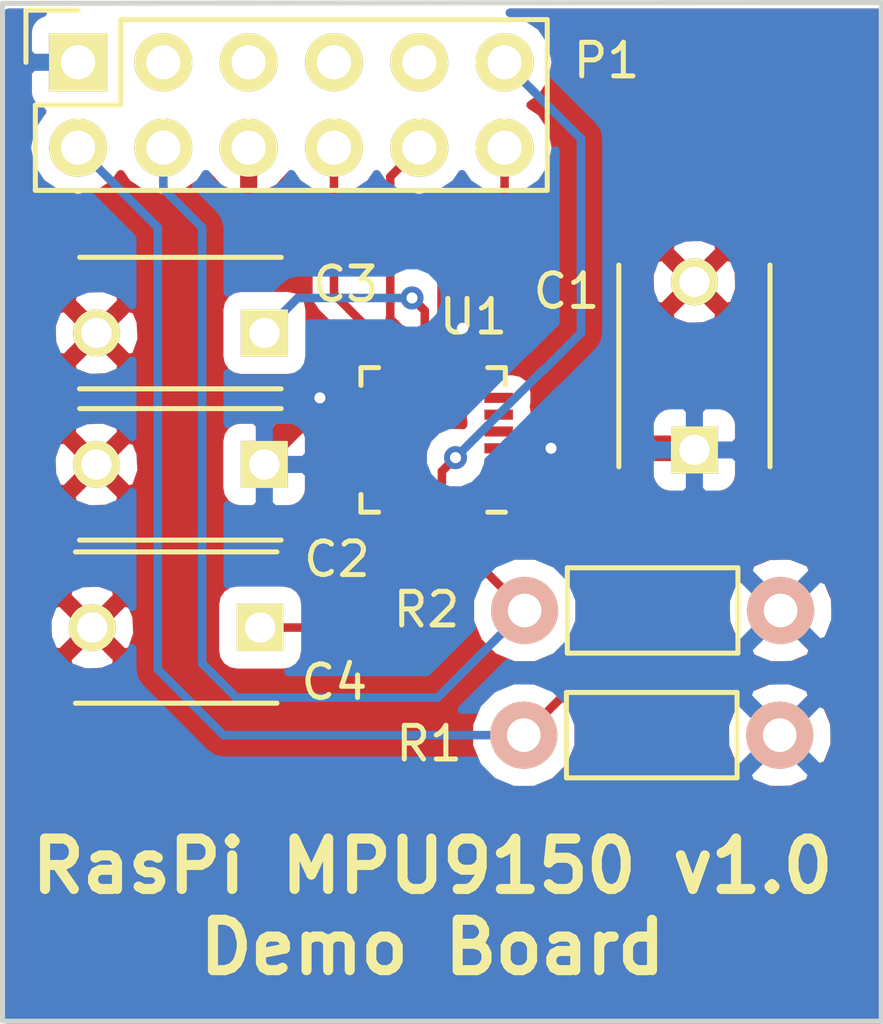
<source format=kicad_pcb>
(kicad_pcb (version 4) (host pcbnew 4.0.1-3.201512221402+6198~38~ubuntu14.04.1-stable)

  (general
    (links 24)
    (no_connects 0)
    (area 149.536367 93.4348 178.562001 126.238001)
    (thickness 1.6)
    (drawings 5)
    (tracks 84)
    (zones 0)
    (modules 8)
    (nets 25)
  )

  (page A4)
  (title_block
    (title "MPU 9150 Sensor Board for RasPi B+")
    (date 2016-02-02)
    (rev v1.0)
    (company "Released under the CERN Open Hardware License v1.2")
    (comment 1 jeh.wicker@gmail.com)
    (comment 2 "Jenner Hanni")
    (comment 3 "Wickerbox Electronics")
  )

  (layers
    (0 F.Cu signal)
    (31 B.Cu signal)
    (34 B.Paste user)
    (35 F.Paste user)
    (36 B.SilkS user)
    (37 F.SilkS user)
    (38 B.Mask user)
    (39 F.Mask user)
    (44 Edge.Cuts user)
  )

  (setup
    (last_trace_width 0.254)
    (user_trace_width 0.1524)
    (user_trace_width 0.254)
    (user_trace_width 0.3302)
    (user_trace_width 0.508)
    (user_trace_width 0.762)
    (trace_clearance 0.1524)
    (zone_clearance 0.508)
    (zone_45_only no)
    (trace_min 0.1524)
    (segment_width 0.2)
    (edge_width 0.15)
    (via_size 0.6858)
    (via_drill 0.3302)
    (via_min_size 0.6858)
    (via_min_drill 0.3302)
    (user_via 0.6858 0.3302)
    (user_via 0.762 0.4064)
    (user_via 0.8636 0.508)
    (uvia_size 0.762)
    (uvia_drill 0.508)
    (uvias_allowed no)
    (uvia_min_size 0)
    (uvia_min_drill 0)
    (pcb_text_width 0.3)
    (pcb_text_size 1.5 1.5)
    (mod_edge_width 0.15)
    (mod_text_size 1 1)
    (mod_text_width 0.15)
    (pad_size 1.524 1.524)
    (pad_drill 0.762)
    (pad_to_mask_clearance 0.2)
    (aux_axis_origin 0 0)
    (grid_origin 163.2712 110.0836)
    (visible_elements FFFEDF7D)
    (pcbplotparams
      (layerselection 0x010f0_80000001)
      (usegerberextensions true)
      (excludeedgelayer true)
      (linewidth 0.100000)
      (plotframeref false)
      (viasonmask false)
      (mode 1)
      (useauxorigin false)
      (hpglpennumber 1)
      (hpglpenspeed 20)
      (hpglpendiameter 15)
      (hpglpenoverlay 2)
      (psnegative false)
      (psa4output false)
      (plotreference true)
      (plotvalue false)
      (plotinvisibletext false)
      (padsonsilk false)
      (subtractmaskfromsilk false)
      (outputformat 1)
      (mirror false)
      (drillshape 0)
      (scaleselection 1)
      (outputdirectory gerbers))
  )

  (net 0 "")
  (net 1 +3V3)
  (net 2 GND)
  (net 3 "Net-(C3-Pad1)")
  (net 4 "Net-(C4-Pad1)")
  (net 5 /SDA)
  (net 6 /SCL)
  (net 7 /IMU_AD0)
  (net 8 /IMU_FSYNC)
  (net 9 /IMU_INT)
  (net 10 /IMU_CLKOUT)
  (net 11 "Net-(U1-Pad1)")
  (net 12 "Net-(U1-Pad2)")
  (net 13 "Net-(U1-Pad4)")
  (net 14 "Net-(U1-Pad5)")
  (net 15 "Net-(U1-Pad6)")
  (net 16 "Net-(U1-Pad7)")
  (net 17 "Net-(U1-Pad14)")
  (net 18 "Net-(U1-Pad16)")
  (net 19 "Net-(U1-Pad19)")
  (net 20 "Net-(U1-Pad21)")
  (net 21 "Net-(P1-Pad3)")
  (net 22 "Net-(P1-Pad5)")
  (net 23 "Net-(P1-Pad7)")
  (net 24 "Net-(P1-Pad9)")

  (net_class Default "This is the default net class."
    (clearance 0.1524)
    (trace_width 0.1524)
    (via_dia 0.6858)
    (via_drill 0.3302)
    (uvia_dia 0.762)
    (uvia_drill 0.508)
    (add_net +3V3)
    (add_net /IMU_AD0)
    (add_net /IMU_CLKOUT)
    (add_net /IMU_FSYNC)
    (add_net /IMU_INT)
    (add_net /SCL)
    (add_net /SDA)
    (add_net GND)
    (add_net "Net-(C3-Pad1)")
    (add_net "Net-(C4-Pad1)")
    (add_net "Net-(P1-Pad3)")
    (add_net "Net-(P1-Pad5)")
    (add_net "Net-(P1-Pad7)")
    (add_net "Net-(P1-Pad9)")
    (add_net "Net-(U1-Pad1)")
    (add_net "Net-(U1-Pad14)")
    (add_net "Net-(U1-Pad16)")
    (add_net "Net-(U1-Pad19)")
    (add_net "Net-(U1-Pad2)")
    (add_net "Net-(U1-Pad21)")
    (add_net "Net-(U1-Pad4)")
    (add_net "Net-(U1-Pad5)")
    (add_net "Net-(U1-Pad6)")
    (add_net "Net-(U1-Pad7)")
  )

  (net_class Power ""
    (clearance 0.1524)
    (trace_width 0.508)
    (via_dia 0.762)
    (via_drill 0.4064)
    (uvia_dia 0.762)
    (uvia_drill 0.508)
  )

  (module mpu9150:QFN-24-1EP_4x4mm_Pitch0.5mm (layer F.Cu) (tedit 56B809A2) (tstamp 56B80DD4)
    (at 165.1704 108.8444 180)
    (descr "24-Lead Plastic Quad Flat, No Lead Package (MJ) - 4x4x0.9 mm Body [QFN]; (see Microchip Packaging Specification 00000049BS.pdf)")
    (tags "QFN 0.5")
    (path /56B16EB0)
    (attr smd)
    (fp_text reference U1 (at -1.1996 3.663 180) (layer F.SilkS)
      (effects (font (size 1 1) (thickness 0.15)))
    )
    (fp_text value MPU9150 (at 0 3.375 180) (layer F.Fab)
      (effects (font (size 1 1) (thickness 0.15)))
    )
    (fp_line (start -2.65 -2.65) (end -2.65 2.65) (layer F.CrtYd) (width 0.05))
    (fp_line (start 2.65 -2.65) (end 2.65 2.65) (layer F.CrtYd) (width 0.05))
    (fp_line (start -2.65 -2.65) (end 2.65 -2.65) (layer F.CrtYd) (width 0.05))
    (fp_line (start -2.65 2.65) (end 2.65 2.65) (layer F.CrtYd) (width 0.05))
    (fp_line (start 2.15 -2.15) (end 2.15 -1.625) (layer F.SilkS) (width 0.15))
    (fp_line (start -2.15 2.15) (end -2.15 1.625) (layer F.SilkS) (width 0.15))
    (fp_line (start 2.15 2.15) (end 2.15 1.625) (layer F.SilkS) (width 0.15))
    (fp_line (start -2.15 -2.15) (end -1.625 -2.15) (layer F.SilkS) (width 0.15))
    (fp_line (start -2.15 2.15) (end -1.625 2.15) (layer F.SilkS) (width 0.15))
    (fp_line (start 2.15 2.15) (end 1.625 2.15) (layer F.SilkS) (width 0.15))
    (fp_line (start 2.15 -2.15) (end 1.625 -2.15) (layer F.SilkS) (width 0.15))
    (pad 1 smd rect (at -1.95 -1.25 180) (size 0.85 0.3) (layers F.Cu F.Paste F.Mask)
      (net 11 "Net-(U1-Pad1)"))
    (pad 2 smd rect (at -1.95 -0.75 180) (size 0.85 0.3) (layers F.Cu F.Paste F.Mask)
      (net 12 "Net-(U1-Pad2)"))
    (pad 3 smd rect (at -1.95 -0.25 180) (size 0.85 0.3) (layers F.Cu F.Paste F.Mask)
      (net 1 +3V3))
    (pad 4 smd rect (at -1.95 0.25 180) (size 0.85 0.3) (layers F.Cu F.Paste F.Mask)
      (net 13 "Net-(U1-Pad4)"))
    (pad 5 smd rect (at -1.95 0.75 180) (size 0.85 0.3) (layers F.Cu F.Paste F.Mask)
      (net 14 "Net-(U1-Pad5)"))
    (pad 6 smd rect (at -1.95 1.25 180) (size 0.85 0.3) (layers F.Cu F.Paste F.Mask)
      (net 15 "Net-(U1-Pad6)"))
    (pad 7 smd rect (at -1.25 1.95 270) (size 0.85 0.3) (layers F.Cu F.Paste F.Mask)
      (net 16 "Net-(U1-Pad7)"))
    (pad 8 smd rect (at -0.75 1.95 270) (size 0.85 0.3) (layers F.Cu F.Paste F.Mask)
      (net 1 +3V3))
    (pad 9 smd rect (at -0.25 1.95 270) (size 0.85 0.3) (layers F.Cu F.Paste F.Mask)
      (net 7 /IMU_AD0))
    (pad 10 smd rect (at 0.25 1.95 270) (size 0.85 0.3) (layers F.Cu F.Paste F.Mask)
      (net 3 "Net-(C3-Pad1)"))
    (pad 11 smd rect (at 0.75 1.95 270) (size 0.85 0.3) (layers F.Cu F.Paste F.Mask)
      (net 8 /IMU_FSYNC))
    (pad 12 smd rect (at 1.25 1.95 270) (size 0.85 0.3) (layers F.Cu F.Paste F.Mask)
      (net 9 /IMU_INT))
    (pad 13 smd rect (at 1.95 1.25 180) (size 0.85 0.3) (layers F.Cu F.Paste F.Mask)
      (net 1 +3V3))
    (pad 14 smd rect (at 1.95 0.75 180) (size 0.85 0.3) (layers F.Cu F.Paste F.Mask)
      (net 17 "Net-(U1-Pad14)"))
    (pad 15 smd rect (at 1.95 0.25 180) (size 0.85 0.3) (layers F.Cu F.Paste F.Mask)
      (net 2 GND))
    (pad 16 smd rect (at 1.95 -0.25 180) (size 0.85 0.3) (layers F.Cu F.Paste F.Mask)
      (net 18 "Net-(U1-Pad16)"))
    (pad 17 smd rect (at 1.95 -0.75 180) (size 0.85 0.3) (layers F.Cu F.Paste F.Mask)
      (net 2 GND))
    (pad 18 smd rect (at 1.95 -1.25 180) (size 0.85 0.3) (layers F.Cu F.Paste F.Mask)
      (net 2 GND))
    (pad 19 smd rect (at 1.25 -1.95 270) (size 0.85 0.3) (layers F.Cu F.Paste F.Mask)
      (net 19 "Net-(U1-Pad19)"))
    (pad 20 smd rect (at 0.75 -1.95 270) (size 0.85 0.3) (layers F.Cu F.Paste F.Mask)
      (net 4 "Net-(C4-Pad1)"))
    (pad 21 smd rect (at 0.25 -1.95 270) (size 0.85 0.3) (layers F.Cu F.Paste F.Mask)
      (net 20 "Net-(U1-Pad21)"))
    (pad 22 smd rect (at -0.25 -1.95 270) (size 0.85 0.3) (layers F.Cu F.Paste F.Mask)
      (net 10 /IMU_CLKOUT))
    (pad 23 smd rect (at -0.75 -1.95 270) (size 0.85 0.3) (layers F.Cu F.Paste F.Mask)
      (net 6 /SCL))
    (pad 24 smd rect (at -1.25 -1.95 270) (size 0.85 0.3) (layers F.Cu F.Paste F.Mask)
      (net 5 /SDA))
    (model Housings_DFN_QFN.3dshapes/QFN-24-1EP_4x4mm_Pitch0.5mm.wrl
      (at (xyz 0 0 0))
      (scale (xyz 1 1 1))
      (rotate (xyz 0 0 0))
    )
  )

  (module Socket_Strips:Socket_Strip_Straight_2x06 (layer F.Cu) (tedit 0) (tstamp 56B15BDA)
    (at 154.5971 97.6122)
    (descr "Through hole socket strip")
    (tags "socket strip")
    (path /56B153E9)
    (fp_text reference P1 (at 15.7353 -0.0508) (layer F.SilkS)
      (effects (font (size 1 1) (thickness 0.15)))
    )
    (fp_text value CONN_01X12 (at 0 -3.1) (layer F.Fab)
      (effects (font (size 1 1) (thickness 0.15)))
    )
    (fp_line (start -1.75 -1.75) (end -1.75 4.3) (layer F.CrtYd) (width 0.05))
    (fp_line (start 14.45 -1.75) (end 14.45 4.3) (layer F.CrtYd) (width 0.05))
    (fp_line (start -1.75 -1.75) (end 14.45 -1.75) (layer F.CrtYd) (width 0.05))
    (fp_line (start -1.75 4.3) (end 14.45 4.3) (layer F.CrtYd) (width 0.05))
    (fp_line (start 13.97 3.81) (end -1.27 3.81) (layer F.SilkS) (width 0.15))
    (fp_line (start 1.27 -1.27) (end 13.97 -1.27) (layer F.SilkS) (width 0.15))
    (fp_line (start 13.97 3.81) (end 13.97 -1.27) (layer F.SilkS) (width 0.15))
    (fp_line (start -1.27 3.81) (end -1.27 1.27) (layer F.SilkS) (width 0.15))
    (fp_line (start 0 -1.55) (end -1.55 -1.55) (layer F.SilkS) (width 0.15))
    (fp_line (start -1.27 1.27) (end 1.27 1.27) (layer F.SilkS) (width 0.15))
    (fp_line (start 1.27 1.27) (end 1.27 -1.27) (layer F.SilkS) (width 0.15))
    (fp_line (start -1.55 -1.55) (end -1.55 0) (layer F.SilkS) (width 0.15))
    (pad 1 thru_hole rect (at 0 0) (size 1.7272 1.7272) (drill 1.016) (layers *.Cu *.Mask F.SilkS)
      (net 1 +3V3))
    (pad 2 thru_hole oval (at 0 2.54) (size 1.7272 1.7272) (drill 1.016) (layers *.Cu *.Mask F.SilkS)
      (net 5 /SDA))
    (pad 3 thru_hole oval (at 2.54 0) (size 1.7272 1.7272) (drill 1.016) (layers *.Cu *.Mask F.SilkS)
      (net 21 "Net-(P1-Pad3)"))
    (pad 4 thru_hole oval (at 2.54 2.54) (size 1.7272 1.7272) (drill 1.016) (layers *.Cu *.Mask F.SilkS)
      (net 6 /SCL))
    (pad 5 thru_hole oval (at 5.08 0) (size 1.7272 1.7272) (drill 1.016) (layers *.Cu *.Mask F.SilkS)
      (net 22 "Net-(P1-Pad5)"))
    (pad 6 thru_hole oval (at 5.08 2.54) (size 1.7272 1.7272) (drill 1.016) (layers *.Cu *.Mask F.SilkS)
      (net 2 GND))
    (pad 7 thru_hole oval (at 7.62 0) (size 1.7272 1.7272) (drill 1.016) (layers *.Cu *.Mask F.SilkS)
      (net 23 "Net-(P1-Pad7)"))
    (pad 8 thru_hole oval (at 7.62 2.54) (size 1.7272 1.7272) (drill 1.016) (layers *.Cu *.Mask F.SilkS)
      (net 9 /IMU_INT))
    (pad 9 thru_hole oval (at 10.16 0) (size 1.7272 1.7272) (drill 1.016) (layers *.Cu *.Mask F.SilkS)
      (net 24 "Net-(P1-Pad9)"))
    (pad 10 thru_hole oval (at 10.16 2.54) (size 1.7272 1.7272) (drill 1.016) (layers *.Cu *.Mask F.SilkS)
      (net 8 /IMU_FSYNC))
    (pad 11 thru_hole oval (at 12.7 0) (size 1.7272 1.7272) (drill 1.016) (layers *.Cu *.Mask F.SilkS)
      (net 10 /IMU_CLKOUT))
    (pad 12 thru_hole oval (at 12.7 2.54) (size 1.7272 1.7272) (drill 1.016) (layers *.Cu *.Mask F.SilkS)
      (net 7 /IMU_AD0))
    (model Socket_Strips.3dshapes/Socket_Strip_Straight_2x06.wrl
      (at (xyz 0.25 -0.05 0))
      (scale (xyz 1 1 1))
      (rotate (xyz 0 0 180))
    )
  )

  (module Capacitors_ThroughHole:C_Disc_D6_P5 (layer F.Cu) (tedit 0) (tstamp 56B806E8)
    (at 172.9486 109.1438 90)
    (descr "Capacitor 6mm Disc, Pitch 5mm")
    (tags Capacitor)
    (path /56B13D52)
    (fp_text reference C1 (at 4.7244 -3.81 180) (layer F.SilkS)
      (effects (font (size 1 1) (thickness 0.15)))
    )
    (fp_text value 10nF (at 2.5 3.5 90) (layer F.Fab)
      (effects (font (size 1 1) (thickness 0.15)))
    )
    (fp_line (start -0.95 -2.5) (end 5.95 -2.5) (layer F.CrtYd) (width 0.05))
    (fp_line (start 5.95 -2.5) (end 5.95 2.5) (layer F.CrtYd) (width 0.05))
    (fp_line (start 5.95 2.5) (end -0.95 2.5) (layer F.CrtYd) (width 0.05))
    (fp_line (start -0.95 2.5) (end -0.95 -2.5) (layer F.CrtYd) (width 0.05))
    (fp_line (start -0.5 -2.25) (end 5.5 -2.25) (layer F.SilkS) (width 0.15))
    (fp_line (start 5.5 2.25) (end -0.5 2.25) (layer F.SilkS) (width 0.15))
    (pad 1 thru_hole rect (at 0 0 90) (size 1.4 1.4) (drill 0.9) (layers *.Cu *.Mask F.SilkS)
      (net 1 +3V3))
    (pad 2 thru_hole circle (at 5 0 90) (size 1.4 1.4) (drill 0.9) (layers *.Cu *.Mask F.SilkS)
      (net 2 GND))
    (model Capacitors_ThroughHole.3dshapes/C_Disc_D6_P5.wrl
      (at (xyz 0.0984252 0 0))
      (scale (xyz 1 1 1))
      (rotate (xyz 0 0 0))
    )
  )

  (module Capacitors_ThroughHole:C_Disc_D6_P5 (layer F.Cu) (tedit 0) (tstamp 56B806EE)
    (at 160.1432 109.5756 180)
    (descr "Capacitor 6mm Disc, Pitch 5mm")
    (tags Capacitor)
    (path /56B1384C)
    (fp_text reference C2 (at -2.1628 -2.8194 180) (layer F.SilkS)
      (effects (font (size 1 1) (thickness 0.15)))
    )
    (fp_text value 100nF (at 2.5 3.5 180) (layer F.Fab)
      (effects (font (size 1 1) (thickness 0.15)))
    )
    (fp_line (start -0.95 -2.5) (end 5.95 -2.5) (layer F.CrtYd) (width 0.05))
    (fp_line (start 5.95 -2.5) (end 5.95 2.5) (layer F.CrtYd) (width 0.05))
    (fp_line (start 5.95 2.5) (end -0.95 2.5) (layer F.CrtYd) (width 0.05))
    (fp_line (start -0.95 2.5) (end -0.95 -2.5) (layer F.CrtYd) (width 0.05))
    (fp_line (start -0.5 -2.25) (end 5.5 -2.25) (layer F.SilkS) (width 0.15))
    (fp_line (start 5.5 2.25) (end -0.5 2.25) (layer F.SilkS) (width 0.15))
    (pad 1 thru_hole rect (at 0 0 180) (size 1.4 1.4) (drill 0.9) (layers *.Cu *.Mask F.SilkS)
      (net 1 +3V3))
    (pad 2 thru_hole circle (at 5 0 180) (size 1.4 1.4) (drill 0.9) (layers *.Cu *.Mask F.SilkS)
      (net 2 GND))
    (model Capacitors_ThroughHole.3dshapes/C_Disc_D6_P5.wrl
      (at (xyz 0.0984252 0 0))
      (scale (xyz 1 1 1))
      (rotate (xyz 0 0 0))
    )
  )

  (module Capacitors_ThroughHole:C_Disc_D6_P5 (layer F.Cu) (tedit 0) (tstamp 56B806F4)
    (at 160.147 105.664 180)
    (descr "Capacitor 6mm Disc, Pitch 5mm")
    (tags Capacitor)
    (path /56B137A1)
    (fp_text reference C3 (at -2.413 1.4478 180) (layer F.SilkS)
      (effects (font (size 1 1) (thickness 0.15)))
    )
    (fp_text value 100nF (at 2.5 3.5 180) (layer F.Fab)
      (effects (font (size 1 1) (thickness 0.15)))
    )
    (fp_line (start -0.95 -2.5) (end 5.95 -2.5) (layer F.CrtYd) (width 0.05))
    (fp_line (start 5.95 -2.5) (end 5.95 2.5) (layer F.CrtYd) (width 0.05))
    (fp_line (start 5.95 2.5) (end -0.95 2.5) (layer F.CrtYd) (width 0.05))
    (fp_line (start -0.95 2.5) (end -0.95 -2.5) (layer F.CrtYd) (width 0.05))
    (fp_line (start -0.5 -2.25) (end 5.5 -2.25) (layer F.SilkS) (width 0.15))
    (fp_line (start 5.5 2.25) (end -0.5 2.25) (layer F.SilkS) (width 0.15))
    (pad 1 thru_hole rect (at 0 0 180) (size 1.4 1.4) (drill 0.9) (layers *.Cu *.Mask F.SilkS)
      (net 3 "Net-(C3-Pad1)"))
    (pad 2 thru_hole circle (at 5 0 180) (size 1.4 1.4) (drill 0.9) (layers *.Cu *.Mask F.SilkS)
      (net 2 GND))
    (model Capacitors_ThroughHole.3dshapes/C_Disc_D6_P5.wrl
      (at (xyz 0.0984252 0 0))
      (scale (xyz 1 1 1))
      (rotate (xyz 0 0 0))
    )
  )

  (module Capacitors_ThroughHole:C_Disc_D6_P5 (layer F.Cu) (tedit 0) (tstamp 56B806FA)
    (at 160.02 114.427 180)
    (descr "Capacitor 6mm Disc, Pitch 5mm")
    (tags Capacitor)
    (path /56B13757)
    (fp_text reference C4 (at -2.2098 -1.6256 180) (layer F.SilkS)
      (effects (font (size 1 1) (thickness 0.15)))
    )
    (fp_text value "2.2nF 50V" (at 2.5 3.5 180) (layer F.Fab)
      (effects (font (size 1 1) (thickness 0.15)))
    )
    (fp_line (start -0.95 -2.5) (end 5.95 -2.5) (layer F.CrtYd) (width 0.05))
    (fp_line (start 5.95 -2.5) (end 5.95 2.5) (layer F.CrtYd) (width 0.05))
    (fp_line (start 5.95 2.5) (end -0.95 2.5) (layer F.CrtYd) (width 0.05))
    (fp_line (start -0.95 2.5) (end -0.95 -2.5) (layer F.CrtYd) (width 0.05))
    (fp_line (start -0.5 -2.25) (end 5.5 -2.25) (layer F.SilkS) (width 0.15))
    (fp_line (start 5.5 2.25) (end -0.5 2.25) (layer F.SilkS) (width 0.15))
    (pad 1 thru_hole rect (at 0 0 180) (size 1.4 1.4) (drill 0.9) (layers *.Cu *.Mask F.SilkS)
      (net 4 "Net-(C4-Pad1)"))
    (pad 2 thru_hole circle (at 5 0 180) (size 1.4 1.4) (drill 0.9) (layers *.Cu *.Mask F.SilkS)
      (net 2 GND))
    (model Capacitors_ThroughHole.3dshapes/C_Disc_D6_P5.wrl
      (at (xyz 0.0984252 0 0))
      (scale (xyz 1 1 1))
      (rotate (xyz 0 0 0))
    )
  )

  (module Resistors_ThroughHole:Resistor_Horizontal_RM7mm (layer F.Cu) (tedit 569FCF07) (tstamp 56B80700)
    (at 175.4886 117.6274 180)
    (descr "Resistor, Axial,  RM 7.62mm, 1/3W,")
    (tags "Resistor Axial RM 7.62mm 1/3W R3")
    (path /56B1456B)
    (fp_text reference R1 (at 10.4394 -0.254 180) (layer F.SilkS)
      (effects (font (size 1 1) (thickness 0.15)))
    )
    (fp_text value 10K (at 3.81 3.81 180) (layer F.Fab)
      (effects (font (size 1 1) (thickness 0.15)))
    )
    (fp_line (start -1.25 -1.5) (end 8.85 -1.5) (layer F.CrtYd) (width 0.05))
    (fp_line (start -1.25 1.5) (end -1.25 -1.5) (layer F.CrtYd) (width 0.05))
    (fp_line (start 8.85 -1.5) (end 8.85 1.5) (layer F.CrtYd) (width 0.05))
    (fp_line (start -1.25 1.5) (end 8.85 1.5) (layer F.CrtYd) (width 0.05))
    (fp_line (start 1.27 -1.27) (end 6.35 -1.27) (layer F.SilkS) (width 0.15))
    (fp_line (start 6.35 -1.27) (end 6.35 1.27) (layer F.SilkS) (width 0.15))
    (fp_line (start 6.35 1.27) (end 1.27 1.27) (layer F.SilkS) (width 0.15))
    (fp_line (start 1.27 1.27) (end 1.27 -1.27) (layer F.SilkS) (width 0.15))
    (pad 1 thru_hole circle (at 0 0 180) (size 1.99898 1.99898) (drill 1.00076) (layers *.Cu *.SilkS *.Mask)
      (net 1 +3V3))
    (pad 2 thru_hole circle (at 7.62 0 180) (size 1.99898 1.99898) (drill 1.00076) (layers *.Cu *.SilkS *.Mask)
      (net 5 /SDA))
  )

  (module Resistors_ThroughHole:Resistor_Horizontal_RM7mm (layer F.Cu) (tedit 569FCF07) (tstamp 56B80706)
    (at 175.514 113.919 180)
    (descr "Resistor, Axial,  RM 7.62mm, 1/3W,")
    (tags "Resistor Axial RM 7.62mm 1/3W R3")
    (path /56B14518)
    (fp_text reference R2 (at 10.541 0.0254 180) (layer F.SilkS)
      (effects (font (size 1 1) (thickness 0.15)))
    )
    (fp_text value 10K (at 3.81 3.81 180) (layer F.Fab)
      (effects (font (size 1 1) (thickness 0.15)))
    )
    (fp_line (start -1.25 -1.5) (end 8.85 -1.5) (layer F.CrtYd) (width 0.05))
    (fp_line (start -1.25 1.5) (end -1.25 -1.5) (layer F.CrtYd) (width 0.05))
    (fp_line (start 8.85 -1.5) (end 8.85 1.5) (layer F.CrtYd) (width 0.05))
    (fp_line (start -1.25 1.5) (end 8.85 1.5) (layer F.CrtYd) (width 0.05))
    (fp_line (start 1.27 -1.27) (end 6.35 -1.27) (layer F.SilkS) (width 0.15))
    (fp_line (start 6.35 -1.27) (end 6.35 1.27) (layer F.SilkS) (width 0.15))
    (fp_line (start 6.35 1.27) (end 1.27 1.27) (layer F.SilkS) (width 0.15))
    (fp_line (start 1.27 1.27) (end 1.27 -1.27) (layer F.SilkS) (width 0.15))
    (pad 1 thru_hole circle (at 0 0 180) (size 1.99898 1.99898) (drill 1.00076) (layers *.Cu *.SilkS *.Mask)
      (net 1 +3V3))
    (pad 2 thru_hole circle (at 7.62 0 180) (size 1.99898 1.99898) (drill 1.00076) (layers *.Cu *.SilkS *.Mask)
      (net 6 /SCL))
  )

  (gr_line (start 152.3492 126.0856) (end 152.3492 95.8596) (layer Edge.Cuts) (width 0.15))
  (gr_line (start 178.5112 126.1364) (end 152.3492 126.1364) (layer Edge.Cuts) (width 0.15))
  (gr_line (start 178.5112 95.8342) (end 178.5112 126.1364) (layer Edge.Cuts) (width 0.15))
  (gr_line (start 152.3492 95.8596) (end 178.5112 95.8342) (layer Edge.Cuts) (width 0.15))
  (gr_text "RasPi MPU9150 v1.0\nDemo Board" (at 165.1508 122.7328) (layer F.SilkS)
    (effects (font (size 1.5 1.5) (thickness 0.3)))
  )

  (segment (start 165.9204 105.647479) (end 166.04272 105.525159) (width 0.1524) (layer F.Cu) (net 1))
  (via (at 166.04272 105.525159) (size 0.6858) (drill 0.3302) (layers F.Cu B.Cu) (net 1))
  (segment (start 165.9204 106.8944) (end 165.9204 105.647479) (width 0.1524) (layer F.Cu) (net 1))
  (segment (start 160.1432 109.5756) (end 160.1432 109.2492) (width 0.762) (layer F.Cu) (net 1))
  (segment (start 160.1432 109.2492) (end 161.798 107.5944) (width 0.762) (layer F.Cu) (net 1))
  (segment (start 168.68 109.0944) (end 172.8992 109.0944) (width 0.762) (layer F.Cu) (net 1))
  (segment (start 172.8992 109.0944) (end 172.9486 109.1438) (width 0.762) (layer F.Cu) (net 1))
  (via (at 168.68 109.0944) (size 0.6858) (drill 0.3302) (layers F.Cu B.Cu) (net 1))
  (segment (start 167.1204 109.0944) (end 168.68 109.0944) (width 0.1524) (layer F.Cu) (net 1))
  (segment (start 163.2204 107.5944) (end 161.798 107.5944) (width 0.1524) (layer F.Cu) (net 1))
  (via (at 161.798 107.5944) (size 0.6858) (drill 0.3302) (layers F.Cu B.Cu) (net 1))
  (segment (start 163.1442 111.4806) (end 163.1188 111.506) (width 0.1524) (layer F.Cu) (net 2))
  (segment (start 163.2204 110.0944) (end 163.2204 111.4044) (width 0.254) (layer F.Cu) (net 2))
  (segment (start 163.2204 111.4044) (end 163.1442 111.4806) (width 0.254) (layer F.Cu) (net 2))
  (segment (start 163.2204 110.0944) (end 162.2152 110.0944) (width 0.254) (layer F.Cu) (net 2))
  (segment (start 163.2204 109.5944) (end 162.211 109.5944) (width 0.254) (layer F.Cu) (net 2))
  (segment (start 162.211 109.5944) (end 162.2044 109.601) (width 0.254) (layer F.Cu) (net 2))
  (segment (start 162.2044 108.6104) (end 162.0266 108.7882) (width 0.254) (layer F.Cu) (net 2))
  (segment (start 162.5254 108.6104) (end 162.2044 108.6104) (width 0.254) (layer F.Cu) (net 2))
  (segment (start 163.2204 108.5944) (end 162.5414 108.5944) (width 0.254) (layer F.Cu) (net 2))
  (segment (start 162.5414 108.5944) (end 162.5254 108.6104) (width 0.254) (layer F.Cu) (net 2))
  (segment (start 163.2204 110.0944) (end 163.2204 109.5944) (width 0.254) (layer F.Cu) (net 2))
  (segment (start 163.2204 109.5944) (end 164.1922 109.5944) (width 0.254) (layer F.Cu) (net 2))
  (segment (start 164.1922 109.5944) (end 164.211 109.5756) (width 0.254) (layer F.Cu) (net 2))
  (segment (start 163.8994 108.5944) (end 164.178998 108.5944) (width 0.254) (layer F.Cu) (net 2))
  (segment (start 164.178998 108.5944) (end 164.211 108.626402) (width 0.254) (layer F.Cu) (net 2))
  (segment (start 164.204399 109.568999) (end 164.211 109.5756) (width 0.254) (layer F.Cu) (net 2))
  (segment (start 163.2204 108.5944) (end 163.8994 108.5944) (width 0.254) (layer F.Cu) (net 2))
  (segment (start 164.211 108.626402) (end 164.211 109.5756) (width 0.254) (layer F.Cu) (net 2))
  (segment (start 162.627 108.6104) (end 162.2298 108.6104) (width 0.1524) (layer F.Cu) (net 2))
  (segment (start 163.2204 108.5944) (end 162.643 108.5944) (width 0.1524) (layer F.Cu) (net 2))
  (segment (start 162.643 108.5944) (end 162.627 108.6104) (width 0.1524) (layer F.Cu) (net 2))
  (segment (start 164.5412 104.6226) (end 161.1376 104.6226) (width 0.254) (layer B.Cu) (net 3))
  (segment (start 161.1376 104.6226) (end 160.147 105.6132) (width 0.254) (layer B.Cu) (net 3))
  (segment (start 160.147 105.6132) (end 160.147 105.664) (width 0.254) (layer B.Cu) (net 3))
  (segment (start 164.9204 106.8944) (end 164.9204 105.0018) (width 0.254) (layer F.Cu) (net 3))
  (segment (start 164.9204 105.0018) (end 164.5412 104.6226) (width 0.254) (layer F.Cu) (net 3))
  (via (at 164.5412 104.6226) (size 0.6858) (drill 0.3302) (layers F.Cu B.Cu) (net 3))
  (segment (start 160.02 114.427) (end 161.4668 114.427) (width 0.254) (layer F.Cu) (net 4))
  (segment (start 161.4668 114.427) (end 164.4204 111.4734) (width 0.254) (layer F.Cu) (net 4))
  (segment (start 164.4204 111.4734) (end 164.4204 110.7944) (width 0.254) (layer F.Cu) (net 4))
  (segment (start 158.9278 117.6274) (end 156.972 115.6716) (width 0.254) (layer B.Cu) (net 5))
  (segment (start 156.972 115.6716) (end 156.972 102.5271) (width 0.254) (layer B.Cu) (net 5))
  (segment (start 156.972 102.5271) (end 155.460699 101.015799) (width 0.254) (layer B.Cu) (net 5))
  (segment (start 155.460699 101.015799) (end 154.5971 100.1522) (width 0.254) (layer B.Cu) (net 5))
  (segment (start 167.8686 117.6274) (end 158.9278 117.6274) (width 0.254) (layer B.Cu) (net 5))
  (segment (start 170.18 113.0046) (end 170.18 115.316) (width 0.254) (layer F.Cu) (net 5))
  (segment (start 170.18 115.316) (end 167.8686 117.6274) (width 0.254) (layer F.Cu) (net 5))
  (segment (start 169.172891 111.997491) (end 170.18 113.0046) (width 0.254) (layer F.Cu) (net 5))
  (segment (start 169.037 111.8362) (end 169.172891 111.972091) (width 0.254) (layer F.Cu) (net 5))
  (segment (start 169.172891 111.972091) (end 169.172891 111.997491) (width 0.254) (layer F.Cu) (net 5))
  (segment (start 166.7832 111.8362) (end 169.037 111.8362) (width 0.254) (layer F.Cu) (net 5))
  (segment (start 166.4204 110.7944) (end 166.4204 111.4734) (width 0.254) (layer F.Cu) (net 5))
  (segment (start 166.4204 111.4734) (end 166.7832 111.8362) (width 0.254) (layer F.Cu) (net 5))
  (segment (start 157.1371 100.1522) (end 157.1371 101.373514) (width 0.254) (layer B.Cu) (net 6))
  (segment (start 157.1371 101.373514) (end 158.2928 102.529214) (width 0.254) (layer B.Cu) (net 6))
  (segment (start 165.3032 116.5098) (end 167.894 113.919) (width 0.254) (layer B.Cu) (net 6))
  (segment (start 158.2928 102.529214) (end 158.2928 115.4938) (width 0.254) (layer B.Cu) (net 6))
  (segment (start 158.2928 115.4938) (end 159.3088 116.5098) (width 0.254) (layer B.Cu) (net 6))
  (segment (start 159.3088 116.5098) (end 165.3032 116.5098) (width 0.254) (layer B.Cu) (net 6))
  (segment (start 165.9204 110.7944) (end 165.9204 111.9454) (width 0.254) (layer F.Cu) (net 6))
  (segment (start 165.9204 111.9454) (end 167.894 113.919) (width 0.254) (layer F.Cu) (net 6))
  (segment (start 165.4204 103.5656) (end 167.2971 101.6889) (width 0.254) (layer F.Cu) (net 7))
  (segment (start 167.2971 101.6889) (end 167.2971 100.1522) (width 0.254) (layer F.Cu) (net 7))
  (segment (start 165.4204 106.8944) (end 165.4204 103.5656) (width 0.254) (layer F.Cu) (net 7))
  (segment (start 164.4204 106.8944) (end 164.4204 105.7718) (width 0.254) (layer F.Cu) (net 8))
  (segment (start 164.4204 105.7718) (end 163.8808 105.2322) (width 0.254) (layer F.Cu) (net 8))
  (segment (start 163.8808 105.2322) (end 163.893501 105.219499) (width 0.254) (layer F.Cu) (net 8))
  (segment (start 163.893501 105.219499) (end 163.893501 101.015799) (width 0.254) (layer F.Cu) (net 8))
  (segment (start 163.893501 101.015799) (end 164.7571 100.1522) (width 0.254) (layer F.Cu) (net 8))
  (segment (start 163.9204 106.8944) (end 163.9204 106.2154) (width 0.254) (layer F.Cu) (net 9))
  (segment (start 163.9204 106.2154) (end 162.2171 104.5121) (width 0.254) (layer F.Cu) (net 9))
  (segment (start 162.2171 104.5121) (end 162.2171 101.373514) (width 0.254) (layer F.Cu) (net 9))
  (segment (start 162.2171 101.373514) (end 162.2171 100.1522) (width 0.254) (layer F.Cu) (net 9))
  (segment (start 169.5704 105.664) (end 169.5704 99.8855) (width 0.254) (layer B.Cu) (net 10))
  (segment (start 169.5704 99.8855) (end 167.2971 97.6122) (width 0.254) (layer B.Cu) (net 10))
  (segment (start 168.465501 106.768899) (end 169.5704 105.664) (width 0.254) (layer B.Cu) (net 10))
  (segment (start 165.8366 109.3724) (end 168.440101 106.768899) (width 0.254) (layer B.Cu) (net 10))
  (segment (start 168.440101 106.768899) (end 168.465501 106.768899) (width 0.254) (layer B.Cu) (net 10))
  (segment (start 165.4302 110.1056) (end 165.4302 109.7788) (width 0.254) (layer F.Cu) (net 10))
  (segment (start 165.4302 109.7788) (end 165.8366 109.3724) (width 0.254) (layer F.Cu) (net 10))
  (via (at 165.8366 109.3724) (size 0.6858) (drill 0.3302) (layers F.Cu B.Cu) (net 10))
  (segment (start 165.4204 110.7944) (end 165.4204 110.1154) (width 0.254) (layer F.Cu) (net 10))
  (segment (start 165.4204 110.1154) (end 165.4302 110.1056) (width 0.254) (layer F.Cu) (net 10))

  (zone (net 2) (net_name GND) (layer F.Cu) (tstamp 56B80FB6) (hatch edge 0.508)
    (connect_pads (clearance 0.508))
    (min_thickness 0.254)
    (fill yes (arc_segments 16) (thermal_gap 0.508) (thermal_bridge_width 0.508))
    (polygon
      (pts
        (xy 178.562 126.238) (xy 152.4 126.238) (xy 152.4 96.012) (xy 178.562 96.012) (xy 178.562 126.238)
      )
    )
    (filled_polygon
      (pts
        (xy 153.498183 96.145438) (xy 153.282059 96.28451) (xy 153.137069 96.49671) (xy 153.08606 96.7486) (xy 153.08606 98.4758)
        (xy 153.130338 98.711117) (xy 153.26941 98.927241) (xy 153.48161 99.072231) (xy 153.525231 99.081064) (xy 153.508071 99.09253)
        (xy 153.183215 99.578711) (xy 153.069141 100.1522) (xy 153.183215 100.725689) (xy 153.508071 101.21187) (xy 153.994252 101.536726)
        (xy 154.567741 101.6508) (xy 154.626459 101.6508) (xy 155.199948 101.536726) (xy 155.686129 101.21187) (xy 155.8671 100.941028)
        (xy 156.048071 101.21187) (xy 156.534252 101.536726) (xy 157.107741 101.6508) (xy 157.166459 101.6508) (xy 157.739948 101.536726)
        (xy 158.226129 101.21187) (xy 158.407092 100.941039) (xy 158.78861 101.359021) (xy 159.318073 101.607168) (xy 159.5501 101.486669)
        (xy 159.5501 100.2792) (xy 159.5301 100.2792) (xy 159.5301 100.0252) (xy 159.5501 100.0252) (xy 159.5501 100.0052)
        (xy 159.8041 100.0052) (xy 159.8041 100.0252) (xy 159.8241 100.0252) (xy 159.8241 100.2792) (xy 159.8041 100.2792)
        (xy 159.8041 101.486669) (xy 160.036127 101.607168) (xy 160.56559 101.359021) (xy 160.947108 100.941039) (xy 161.128071 101.21187)
        (xy 161.4551 101.430384) (xy 161.4551 104.5121) (xy 161.513104 104.803705) (xy 161.604572 104.940596) (xy 161.678285 105.050915)
        (xy 163.12296 106.49559) (xy 163.12296 106.79696) (xy 162.7954 106.79696) (xy 162.560083 106.841238) (xy 162.511355 106.872594)
        (xy 162.354748 106.767952) (xy 162.352659 106.76586) (xy 162.349904 106.764716) (xy 162.186807 106.655738) (xy 161.996103 106.617805)
        (xy 161.99337 106.61667) (xy 161.990384 106.616667) (xy 161.798 106.5784) (xy 161.607294 106.616334) (xy 161.604337 106.616331)
        (xy 161.60158 106.61747) (xy 161.417307 106.654124) (xy 161.443431 106.61589) (xy 161.49444 106.364) (xy 161.49444 104.964)
        (xy 161.450162 104.728683) (xy 161.31109 104.512559) (xy 161.09889 104.367569) (xy 160.847 104.31656) (xy 159.447 104.31656)
        (xy 159.211683 104.360838) (xy 158.995559 104.49991) (xy 158.850569 104.71211) (xy 158.79956 104.964) (xy 158.79956 106.364)
        (xy 158.843838 106.599317) (xy 158.98291 106.815441) (xy 159.19511 106.960431) (xy 159.447 107.01144) (xy 160.847 107.01144)
        (xy 160.966629 106.98893) (xy 159.7274 108.22816) (xy 159.4432 108.22816) (xy 159.207883 108.272438) (xy 158.991759 108.41151)
        (xy 158.846769 108.62371) (xy 158.79576 108.8756) (xy 158.79576 110.2756) (xy 158.840038 110.510917) (xy 158.97911 110.727041)
        (xy 159.19131 110.872031) (xy 159.4432 110.92304) (xy 160.8432 110.92304) (xy 161.078517 110.878762) (xy 161.294641 110.73969)
        (xy 161.439631 110.52749) (xy 161.49064 110.2756) (xy 161.49064 109.3386) (xy 162.1604 108.668841) (xy 162.1604 108.721402)
        (xy 162.193118 108.721402) (xy 162.17432 108.81423) (xy 162.1604 108.82815) (xy 162.1604 108.87071) (xy 162.162067 108.874735)
        (xy 162.14796 108.9444) (xy 162.14796 109.2444) (xy 162.16138 109.315723) (xy 162.1604 109.31809) (xy 162.1604 109.36065)
        (xy 162.172021 109.372271) (xy 162.192238 109.479717) (xy 162.258728 109.583046) (xy 162.257073 109.584701) (xy 162.1604 109.81809)
        (xy 162.1604 109.87071) (xy 162.257073 110.104099) (xy 162.322374 110.1694) (xy 162.31915 110.1694) (xy 162.1604 110.32815)
        (xy 162.1604 110.37071) (xy 162.257073 110.604099) (xy 162.435702 110.782727) (xy 162.669091 110.8794) (xy 162.93465 110.8794)
        (xy 163.093398 110.720652) (xy 163.093398 110.8794) (xy 163.12296 110.8794) (xy 163.12296 111.2194) (xy 163.167238 111.454717)
        (xy 163.24328 111.57289) (xy 161.323372 113.492798) (xy 161.323162 113.491683) (xy 161.18409 113.275559) (xy 160.97189 113.130569)
        (xy 160.72 113.07956) (xy 159.32 113.07956) (xy 159.084683 113.123838) (xy 158.868559 113.26291) (xy 158.723569 113.47511)
        (xy 158.67256 113.727) (xy 158.67256 115.127) (xy 158.716838 115.362317) (xy 158.85591 115.578441) (xy 159.06811 115.723431)
        (xy 159.32 115.77444) (xy 160.72 115.77444) (xy 160.955317 115.730162) (xy 161.171441 115.59109) (xy 161.316431 115.37889)
        (xy 161.354885 115.189) (xy 161.4668 115.189) (xy 161.758405 115.130996) (xy 162.005615 114.965815) (xy 164.959215 112.012215)
        (xy 165.056352 111.86684) (xy 165.0704 111.86684) (xy 165.1584 111.850282) (xy 165.1584 111.9454) (xy 165.216404 112.237005)
        (xy 165.36927 112.465784) (xy 165.381585 112.484215) (xy 166.327285 113.429915) (xy 166.259794 113.592453) (xy 166.259226 114.242694)
        (xy 166.507538 114.843655) (xy 166.966927 115.303846) (xy 167.567453 115.553206) (xy 168.217694 115.553774) (xy 168.818655 115.305462)
        (xy 169.278846 114.846073) (xy 169.418 114.510953) (xy 169.418 115.000369) (xy 168.357684 116.060685) (xy 168.195147 115.993194)
        (xy 167.544906 115.992626) (xy 166.943945 116.240938) (xy 166.483754 116.700327) (xy 166.234394 117.300853) (xy 166.233826 117.951094)
        (xy 166.482138 118.552055) (xy 166.941527 119.012246) (xy 167.542053 119.261606) (xy 168.192294 119.262174) (xy 168.793255 119.013862)
        (xy 169.253446 118.554473) (xy 169.502806 117.953947) (xy 169.502808 117.951094) (xy 173.853826 117.951094) (xy 174.102138 118.552055)
        (xy 174.561527 119.012246) (xy 175.162053 119.261606) (xy 175.812294 119.262174) (xy 176.413255 119.013862) (xy 176.873446 118.554473)
        (xy 177.122806 117.953947) (xy 177.123374 117.303706) (xy 176.875062 116.702745) (xy 176.415673 116.242554) (xy 175.815147 115.993194)
        (xy 175.164906 115.992626) (xy 174.563945 116.240938) (xy 174.103754 116.700327) (xy 173.854394 117.300853) (xy 173.853826 117.951094)
        (xy 169.502808 117.951094) (xy 169.503374 117.303706) (xy 169.435118 117.138513) (xy 170.718815 115.854816) (xy 170.883996 115.607605)
        (xy 170.889797 115.578441) (xy 170.942 115.316) (xy 170.942 114.242694) (xy 173.879226 114.242694) (xy 174.127538 114.843655)
        (xy 174.586927 115.303846) (xy 175.187453 115.553206) (xy 175.837694 115.553774) (xy 176.438655 115.305462) (xy 176.898846 114.846073)
        (xy 177.148206 114.245547) (xy 177.148774 113.595306) (xy 176.900462 112.994345) (xy 176.441073 112.534154) (xy 175.840547 112.284794)
        (xy 175.190306 112.284226) (xy 174.589345 112.532538) (xy 174.129154 112.991927) (xy 173.879794 113.592453) (xy 173.879226 114.242694)
        (xy 170.942 114.242694) (xy 170.942 113.0046) (xy 170.883996 112.712995) (xy 170.859335 112.676087) (xy 170.718815 112.465784)
        (xy 169.762854 111.509824) (xy 169.711706 111.433276) (xy 169.575815 111.297385) (xy 169.569993 111.293495) (xy 169.328605 111.132204)
        (xy 169.037 111.0742) (xy 167.21784 111.0742) (xy 167.21784 110.89184) (xy 167.5454 110.89184) (xy 167.780717 110.847562)
        (xy 167.996841 110.70849) (xy 168.141831 110.49629) (xy 168.19284 110.2444) (xy 168.19284 109.967344) (xy 168.291194 110.033062)
        (xy 168.481896 110.070995) (xy 168.48463 110.07213) (xy 168.487616 110.072133) (xy 168.68 110.1104) (xy 171.665568 110.1104)
        (xy 171.78451 110.295241) (xy 171.99671 110.440231) (xy 172.2486 110.49124) (xy 173.6486 110.49124) (xy 173.883917 110.446962)
        (xy 174.100041 110.30789) (xy 174.245031 110.09569) (xy 174.29604 109.8438) (xy 174.29604 108.4438) (xy 174.251762 108.208483)
        (xy 174.11269 107.992359) (xy 173.90049 107.847369) (xy 173.6486 107.79636) (xy 172.2486 107.79636) (xy 172.013283 107.840638)
        (xy 171.797159 107.97971) (xy 171.729727 108.0784) (xy 168.68 108.0784) (xy 168.489294 108.116334) (xy 168.486337 108.116331)
        (xy 168.48358 108.11747) (xy 168.291194 108.155738) (xy 168.19284 108.221456) (xy 168.19284 107.9444) (xy 168.173333 107.840729)
        (xy 168.19284 107.7444) (xy 168.19284 107.4444) (xy 168.148562 107.209083) (xy 168.00949 106.992959) (xy 167.79729 106.847969)
        (xy 167.5454 106.79696) (xy 167.21784 106.79696) (xy 167.21784 106.4694) (xy 167.173562 106.234083) (xy 167.03449 106.017959)
        (xy 166.927345 105.94475) (xy 167.02045 105.720529) (xy 167.020789 105.331496) (xy 166.916492 105.079075) (xy 172.192931 105.079075)
        (xy 172.254769 105.314842) (xy 172.755722 105.491219) (xy 173.28604 105.462464) (xy 173.642431 105.314842) (xy 173.704269 105.079075)
        (xy 172.9486 104.323405) (xy 172.192931 105.079075) (xy 166.916492 105.079075) (xy 166.872227 104.971947) (xy 166.597379 104.696619)
        (xy 166.23809 104.547429) (xy 166.1824 104.54738) (xy 166.1824 103.950922) (xy 171.601181 103.950922) (xy 171.629936 104.48124)
        (xy 171.777558 104.837631) (xy 172.013325 104.899469) (xy 172.768995 104.1438) (xy 173.128205 104.1438) (xy 173.883875 104.899469)
        (xy 174.119642 104.837631) (xy 174.296019 104.336678) (xy 174.267264 103.80636) (xy 174.119642 103.449969) (xy 173.883875 103.388131)
        (xy 173.128205 104.1438) (xy 172.768995 104.1438) (xy 172.013325 103.388131) (xy 171.777558 103.449969) (xy 171.601181 103.950922)
        (xy 166.1824 103.950922) (xy 166.1824 103.88123) (xy 166.855105 103.208525) (xy 172.192931 103.208525) (xy 172.9486 103.964195)
        (xy 173.704269 103.208525) (xy 173.642431 102.972758) (xy 173.141478 102.796381) (xy 172.61116 102.825136) (xy 172.254769 102.972758)
        (xy 172.192931 103.208525) (xy 166.855105 103.208525) (xy 167.835916 102.227715) (xy 168.001097 101.980504) (xy 168.0591 101.6889)
        (xy 168.0591 101.430384) (xy 168.386129 101.21187) (xy 168.710985 100.725689) (xy 168.825059 100.1522) (xy 168.710985 99.578711)
        (xy 168.386129 99.09253) (xy 168.071348 98.8822) (xy 168.386129 98.67187) (xy 168.710985 98.185689) (xy 168.825059 97.6122)
        (xy 168.710985 97.038711) (xy 168.386129 96.55253) (xy 167.899948 96.227674) (xy 167.454153 96.139) (xy 178.435 96.139)
        (xy 178.435 126.111) (xy 152.527 126.111) (xy 152.527 115.362275) (xy 154.264331 115.362275) (xy 154.326169 115.598042)
        (xy 154.827122 115.774419) (xy 155.35744 115.745664) (xy 155.713831 115.598042) (xy 155.775669 115.362275) (xy 155.02 114.606605)
        (xy 154.264331 115.362275) (xy 152.527 115.362275) (xy 152.527 114.234122) (xy 153.672581 114.234122) (xy 153.701336 114.76444)
        (xy 153.848958 115.120831) (xy 154.084725 115.182669) (xy 154.840395 114.427) (xy 155.199605 114.427) (xy 155.955275 115.182669)
        (xy 156.191042 115.120831) (xy 156.367419 114.619878) (xy 156.338664 114.08956) (xy 156.191042 113.733169) (xy 155.955275 113.671331)
        (xy 155.199605 114.427) (xy 154.840395 114.427) (xy 154.084725 113.671331) (xy 153.848958 113.733169) (xy 153.672581 114.234122)
        (xy 152.527 114.234122) (xy 152.527 113.491725) (xy 154.264331 113.491725) (xy 155.02 114.247395) (xy 155.775669 113.491725)
        (xy 155.713831 113.255958) (xy 155.212878 113.079581) (xy 154.68256 113.108336) (xy 154.326169 113.255958) (xy 154.264331 113.491725)
        (xy 152.527 113.491725) (xy 152.527 110.510875) (xy 154.387531 110.510875) (xy 154.449369 110.746642) (xy 154.950322 110.923019)
        (xy 155.48064 110.894264) (xy 155.837031 110.746642) (xy 155.898869 110.510875) (xy 155.1432 109.755205) (xy 154.387531 110.510875)
        (xy 152.527 110.510875) (xy 152.527 109.382722) (xy 153.795781 109.382722) (xy 153.824536 109.91304) (xy 153.972158 110.269431)
        (xy 154.207925 110.331269) (xy 154.963595 109.5756) (xy 155.322805 109.5756) (xy 156.078475 110.331269) (xy 156.314242 110.269431)
        (xy 156.490619 109.768478) (xy 156.461864 109.23816) (xy 156.314242 108.881769) (xy 156.078475 108.819931) (xy 155.322805 109.5756)
        (xy 154.963595 109.5756) (xy 154.207925 108.819931) (xy 153.972158 108.881769) (xy 153.795781 109.382722) (xy 152.527 109.382722)
        (xy 152.527 108.640325) (xy 154.387531 108.640325) (xy 155.1432 109.395995) (xy 155.898869 108.640325) (xy 155.837031 108.404558)
        (xy 155.336078 108.228181) (xy 154.80576 108.256936) (xy 154.449369 108.404558) (xy 154.387531 108.640325) (xy 152.527 108.640325)
        (xy 152.527 106.599275) (xy 154.391331 106.599275) (xy 154.453169 106.835042) (xy 154.954122 107.011419) (xy 155.48444 106.982664)
        (xy 155.840831 106.835042) (xy 155.902669 106.599275) (xy 155.147 105.843605) (xy 154.391331 106.599275) (xy 152.527 106.599275)
        (xy 152.527 105.471122) (xy 153.799581 105.471122) (xy 153.828336 106.00144) (xy 153.975958 106.357831) (xy 154.211725 106.419669)
        (xy 154.967395 105.664) (xy 155.326605 105.664) (xy 156.082275 106.419669) (xy 156.318042 106.357831) (xy 156.494419 105.856878)
        (xy 156.465664 105.32656) (xy 156.318042 104.970169) (xy 156.082275 104.908331) (xy 155.326605 105.664) (xy 154.967395 105.664)
        (xy 154.211725 104.908331) (xy 153.975958 104.970169) (xy 153.799581 105.471122) (xy 152.527 105.471122) (xy 152.527 104.728725)
        (xy 154.391331 104.728725) (xy 155.147 105.484395) (xy 155.902669 104.728725) (xy 155.840831 104.492958) (xy 155.339878 104.316581)
        (xy 154.80956 104.345336) (xy 154.453169 104.492958) (xy 154.391331 104.728725) (xy 152.527 104.728725) (xy 152.527 96.139)
        (xy 153.532398 96.139)
      )
    )
    (filled_polygon
      (pts
        (xy 165.7704 107.96684) (xy 166.04796 107.96684) (xy 166.04796 108.2444) (xy 166.067467 108.348071) (xy 166.056009 108.404652)
        (xy 166.03197 108.39467) (xy 165.642937 108.394331) (xy 165.283388 108.542893) (xy 165.00806 108.817741) (xy 164.85887 109.17703)
        (xy 164.858773 109.288793) (xy 164.726204 109.487195) (xy 164.675972 109.739728) (xy 164.666729 109.741467) (xy 164.5704 109.72196)
        (xy 164.2704 109.72196) (xy 164.242738 109.727165) (xy 164.183727 109.584701) (xy 164.182358 109.583332) (xy 164.241831 109.49629)
        (xy 164.26648 109.37457) (xy 164.2804 109.36065) (xy 164.2804 109.31809) (xy 164.278733 109.314065) (xy 164.29284 109.2444)
        (xy 164.29284 108.9444) (xy 164.27942 108.873077) (xy 164.2804 108.87071) (xy 164.2804 108.82815) (xy 164.268779 108.816529)
        (xy 164.248562 108.709083) (xy 164.17478 108.594422) (xy 164.241831 108.49629) (xy 164.26648 108.37457) (xy 164.2804 108.36065)
        (xy 164.2804 108.31809) (xy 164.278733 108.314065) (xy 164.29284 108.2444) (xy 164.29284 107.96684) (xy 164.5704 107.96684)
        (xy 164.674071 107.947333) (xy 164.7704 107.96684) (xy 165.0704 107.96684) (xy 165.174071 107.947333) (xy 165.2704 107.96684)
        (xy 165.5704 107.96684) (xy 165.674071 107.947333)
      )
    )
  )
  (zone (net 1) (net_name +3V3) (layer B.Cu) (tstamp 56B80FC0) (hatch edge 0.508)
    (connect_pads (clearance 0.508))
    (min_thickness 0.254)
    (fill yes (arc_segments 16) (thermal_gap 0.508) (thermal_bridge_width 0.508))
    (polygon
      (pts
        (xy 178.562 126.238) (xy 152.4 126.238) (xy 152.4 96.012) (xy 178.562 96.012) (xy 178.562 126.238)
      )
    )
    (filled_polygon
      (pts
        (xy 153.373802 96.210273) (xy 153.195173 96.388901) (xy 153.0985 96.62229) (xy 153.0985 97.32645) (xy 153.25725 97.4852)
        (xy 154.4701 97.4852) (xy 154.4701 97.4652) (xy 154.7241 97.4652) (xy 154.7241 97.4852) (xy 154.7441 97.4852)
        (xy 154.7441 97.7392) (xy 154.7241 97.7392) (xy 154.7241 97.7592) (xy 154.4701 97.7592) (xy 154.4701 97.7392)
        (xy 153.25725 97.7392) (xy 153.0985 97.89795) (xy 153.0985 98.60211) (xy 153.195173 98.835499) (xy 153.373802 99.014127)
        (xy 153.529123 99.078463) (xy 153.508071 99.09253) (xy 153.183215 99.578711) (xy 153.069141 100.1522) (xy 153.183215 100.725689)
        (xy 153.508071 101.21187) (xy 153.994252 101.536726) (xy 154.567741 101.6508) (xy 154.626459 101.6508) (xy 154.953098 101.585828)
        (xy 156.21 102.842731) (xy 156.21 104.839232) (xy 155.904204 104.532902) (xy 155.413713 104.329232) (xy 154.882617 104.328769)
        (xy 154.391771 104.531582) (xy 154.015902 104.906796) (xy 153.812232 105.397287) (xy 153.811769 105.928383) (xy 154.014582 106.419229)
        (xy 154.389796 106.795098) (xy 154.880287 106.998768) (xy 155.411383 106.999231) (xy 155.902229 106.796418) (xy 156.21 106.489183)
        (xy 156.21 108.754638) (xy 155.900404 108.444502) (xy 155.409913 108.240832) (xy 154.878817 108.240369) (xy 154.387971 108.443182)
        (xy 154.012102 108.818396) (xy 153.808432 109.308887) (xy 153.807969 109.839983) (xy 154.010782 110.330829) (xy 154.385996 110.706698)
        (xy 154.876487 110.910368) (xy 155.407583 110.910831) (xy 155.898429 110.708018) (xy 156.21 110.39699) (xy 156.21 113.81113)
        (xy 156.152418 113.671771) (xy 155.777204 113.295902) (xy 155.286713 113.092232) (xy 154.755617 113.091769) (xy 154.264771 113.294582)
        (xy 153.888902 113.669796) (xy 153.685232 114.160287) (xy 153.684769 114.691383) (xy 153.887582 115.182229) (xy 154.262796 115.558098)
        (xy 154.753287 115.761768) (xy 155.284383 115.762231) (xy 155.775229 115.559418) (xy 156.151098 115.184204) (xy 156.21 115.042352)
        (xy 156.21 115.6716) (xy 156.268004 115.963205) (xy 156.424753 116.197796) (xy 156.433185 116.210415) (xy 158.388985 118.166215)
        (xy 158.636195 118.331396) (xy 158.9278 118.3894) (xy 166.41493 118.3894) (xy 166.482138 118.552055) (xy 166.941527 119.012246)
        (xy 167.542053 119.261606) (xy 168.192294 119.262174) (xy 168.793255 119.013862) (xy 169.027963 118.779563) (xy 174.516043 118.779563)
        (xy 174.614642 119.046365) (xy 175.224182 119.272801) (xy 175.873977 119.248741) (xy 176.362558 119.046365) (xy 176.461157 118.779563)
        (xy 175.4886 117.807005) (xy 174.516043 118.779563) (xy 169.027963 118.779563) (xy 169.253446 118.554473) (xy 169.502806 117.953947)
        (xy 169.503322 117.362982) (xy 173.843199 117.362982) (xy 173.867259 118.012777) (xy 174.069635 118.501358) (xy 174.336437 118.599957)
        (xy 175.308995 117.6274) (xy 175.668205 117.6274) (xy 176.640763 118.599957) (xy 176.907565 118.501358) (xy 177.134001 117.891818)
        (xy 177.109941 117.242023) (xy 176.907565 116.753442) (xy 176.640763 116.654843) (xy 175.668205 117.6274) (xy 175.308995 117.6274)
        (xy 174.336437 116.654843) (xy 174.069635 116.753442) (xy 173.843199 117.362982) (xy 169.503322 117.362982) (xy 169.503374 117.303706)
        (xy 169.255062 116.702745) (xy 169.027951 116.475237) (xy 174.516043 116.475237) (xy 175.4886 117.447795) (xy 176.461157 116.475237)
        (xy 176.362558 116.208435) (xy 175.753018 115.981999) (xy 175.103223 116.006059) (xy 174.614642 116.208435) (xy 174.516043 116.475237)
        (xy 169.027951 116.475237) (xy 168.795673 116.242554) (xy 168.195147 115.993194) (xy 167.544906 115.992626) (xy 166.943945 116.240938)
        (xy 166.483754 116.700327) (xy 166.41521 116.8654) (xy 166.02523 116.8654) (xy 167.404916 115.485715) (xy 167.567453 115.553206)
        (xy 168.217694 115.553774) (xy 168.818655 115.305462) (xy 169.053363 115.071163) (xy 174.541443 115.071163) (xy 174.640042 115.337965)
        (xy 175.249582 115.564401) (xy 175.899377 115.540341) (xy 176.387958 115.337965) (xy 176.486557 115.071163) (xy 175.514 114.098605)
        (xy 174.541443 115.071163) (xy 169.053363 115.071163) (xy 169.278846 114.846073) (xy 169.528206 114.245547) (xy 169.528722 113.654582)
        (xy 173.868599 113.654582) (xy 173.892659 114.304377) (xy 174.095035 114.792958) (xy 174.361837 114.891557) (xy 175.334395 113.919)
        (xy 175.693605 113.919) (xy 176.666163 114.891557) (xy 176.932965 114.792958) (xy 177.159401 114.183418) (xy 177.135341 113.533623)
        (xy 176.932965 113.045042) (xy 176.666163 112.946443) (xy 175.693605 113.919) (xy 175.334395 113.919) (xy 174.361837 112.946443)
        (xy 174.095035 113.045042) (xy 173.868599 113.654582) (xy 169.528722 113.654582) (xy 169.528774 113.595306) (xy 169.280462 112.994345)
        (xy 169.053351 112.766837) (xy 174.541443 112.766837) (xy 175.514 113.739395) (xy 176.486557 112.766837) (xy 176.387958 112.500035)
        (xy 175.778418 112.273599) (xy 175.128623 112.297659) (xy 174.640042 112.500035) (xy 174.541443 112.766837) (xy 169.053351 112.766837)
        (xy 168.821073 112.534154) (xy 168.220547 112.284794) (xy 167.570306 112.284226) (xy 166.969345 112.532538) (xy 166.509154 112.991927)
        (xy 166.259794 113.592453) (xy 166.259226 114.242694) (xy 166.327482 114.407887) (xy 164.98757 115.7478) (xy 160.861579 115.7478)
        (xy 160.955317 115.730162) (xy 161.171441 115.59109) (xy 161.316431 115.37889) (xy 161.36744 115.127) (xy 161.36744 113.727)
        (xy 161.323162 113.491683) (xy 161.18409 113.275559) (xy 160.97189 113.130569) (xy 160.72 113.07956) (xy 159.32 113.07956)
        (xy 159.084683 113.123838) (xy 159.0548 113.143067) (xy 159.0548 110.785225) (xy 159.083502 110.813927) (xy 159.316891 110.9106)
        (xy 159.85745 110.9106) (xy 160.0162 110.75185) (xy 160.0162 109.7026) (xy 160.2702 109.7026) (xy 160.2702 110.75185)
        (xy 160.42895 110.9106) (xy 160.969509 110.9106) (xy 161.202898 110.813927) (xy 161.381527 110.635299) (xy 161.4782 110.40191)
        (xy 161.4782 109.86135) (xy 161.31945 109.7026) (xy 160.2702 109.7026) (xy 160.0162 109.7026) (xy 159.9962 109.7026)
        (xy 159.9962 109.4486) (xy 160.0162 109.4486) (xy 160.0162 108.39935) (xy 160.2702 108.39935) (xy 160.2702 109.4486)
        (xy 161.31945 109.4486) (xy 161.4782 109.28985) (xy 161.4782 108.74929) (xy 161.381527 108.515901) (xy 161.202898 108.337273)
        (xy 160.969509 108.2406) (xy 160.42895 108.2406) (xy 160.2702 108.39935) (xy 160.0162 108.39935) (xy 159.85745 108.2406)
        (xy 159.316891 108.2406) (xy 159.083502 108.337273) (xy 159.0548 108.365975) (xy 159.0548 106.864561) (xy 159.19511 106.960431)
        (xy 159.447 107.01144) (xy 160.847 107.01144) (xy 161.082317 106.967162) (xy 161.298441 106.82809) (xy 161.443431 106.61589)
        (xy 161.49444 106.364) (xy 161.49444 105.3846) (xy 163.920117 105.3846) (xy 163.986541 105.45114) (xy 164.34583 105.60033)
        (xy 164.734863 105.600669) (xy 165.094412 105.452107) (xy 165.36974 105.177259) (xy 165.51893 104.81797) (xy 165.519269 104.428937)
        (xy 165.370707 104.069388) (xy 165.095859 103.79406) (xy 164.73657 103.64487) (xy 164.347537 103.644531) (xy 163.987988 103.793093)
        (xy 163.920363 103.8606) (xy 161.1376 103.8606) (xy 160.845995 103.918604) (xy 160.622497 104.067941) (xy 160.598785 104.083785)
        (xy 160.36601 104.31656) (xy 159.447 104.31656) (xy 159.211683 104.360838) (xy 159.0548 104.461789) (xy 159.0548 102.529214)
        (xy 158.996796 102.237609) (xy 158.889821 102.07751) (xy 158.831616 101.990399) (xy 158.122398 101.281181) (xy 158.226129 101.21187)
        (xy 158.4071 100.941028) (xy 158.588071 101.21187) (xy 159.074252 101.536726) (xy 159.647741 101.6508) (xy 159.706459 101.6508)
        (xy 160.279948 101.536726) (xy 160.766129 101.21187) (xy 160.9471 100.941028) (xy 161.128071 101.21187) (xy 161.614252 101.536726)
        (xy 162.187741 101.6508) (xy 162.246459 101.6508) (xy 162.819948 101.536726) (xy 163.306129 101.21187) (xy 163.4871 100.941028)
        (xy 163.668071 101.21187) (xy 164.154252 101.536726) (xy 164.727741 101.6508) (xy 164.786459 101.6508) (xy 165.359948 101.536726)
        (xy 165.846129 101.21187) (xy 166.0271 100.941028) (xy 166.208071 101.21187) (xy 166.694252 101.536726) (xy 167.267741 101.6508)
        (xy 167.326459 101.6508) (xy 167.899948 101.536726) (xy 168.386129 101.21187) (xy 168.710985 100.725689) (xy 168.8084 100.23595)
        (xy 168.8084 105.34837) (xy 167.977835 106.178935) (xy 167.901285 106.230084) (xy 165.736957 108.394413) (xy 165.642937 108.394331)
        (xy 165.283388 108.542893) (xy 165.00806 108.817741) (xy 164.85887 109.17703) (xy 164.858531 109.566063) (xy 165.007093 109.925612)
        (xy 165.281941 110.20094) (xy 165.64123 110.35013) (xy 166.030263 110.350469) (xy 166.389812 110.201907) (xy 166.66514 109.927059)
        (xy 166.81433 109.56777) (xy 166.814413 109.472217) (xy 166.85708 109.42955) (xy 171.6136 109.42955) (xy 171.6136 109.970109)
        (xy 171.710273 110.203498) (xy 171.888901 110.382127) (xy 172.12229 110.4788) (xy 172.66285 110.4788) (xy 172.8216 110.32005)
        (xy 172.8216 109.2708) (xy 173.0756 109.2708) (xy 173.0756 110.32005) (xy 173.23435 110.4788) (xy 173.77491 110.4788)
        (xy 174.008299 110.382127) (xy 174.186927 110.203498) (xy 174.2836 109.970109) (xy 174.2836 109.42955) (xy 174.12485 109.2708)
        (xy 173.0756 109.2708) (xy 172.8216 109.2708) (xy 171.77235 109.2708) (xy 171.6136 109.42955) (xy 166.85708 109.42955)
        (xy 167.969139 108.317491) (xy 171.6136 108.317491) (xy 171.6136 108.85805) (xy 171.77235 109.0168) (xy 172.8216 109.0168)
        (xy 172.8216 107.96755) (xy 173.0756 107.96755) (xy 173.0756 109.0168) (xy 174.12485 109.0168) (xy 174.2836 108.85805)
        (xy 174.2836 108.317491) (xy 174.186927 108.084102) (xy 174.008299 107.905473) (xy 173.77491 107.8088) (xy 173.23435 107.8088)
        (xy 173.0756 107.96755) (xy 172.8216 107.96755) (xy 172.66285 107.8088) (xy 172.12229 107.8088) (xy 171.888901 107.905473)
        (xy 171.710273 108.084102) (xy 171.6136 108.317491) (xy 167.969139 108.317491) (xy 168.927771 107.35886) (xy 169.004316 107.307714)
        (xy 170.109215 106.202815) (xy 170.274396 105.955605) (xy 170.284501 105.904804) (xy 170.3324 105.664) (xy 170.3324 104.408183)
        (xy 171.613369 104.408183) (xy 171.816182 104.899029) (xy 172.191396 105.274898) (xy 172.681887 105.478568) (xy 173.212983 105.479031)
        (xy 173.703829 105.276218) (xy 174.079698 104.901004) (xy 174.283368 104.410513) (xy 174.283831 103.879417) (xy 174.081018 103.388571)
        (xy 173.705804 103.012702) (xy 173.215313 102.809032) (xy 172.684217 102.808569) (xy 172.193371 103.011382) (xy 171.817502 103.386596)
        (xy 171.613832 103.877087) (xy 171.613369 104.408183) (xy 170.3324 104.408183) (xy 170.3324 99.8855) (xy 170.274396 99.593895)
        (xy 170.138292 99.390201) (xy 170.109216 99.346685) (xy 168.750345 97.987814) (xy 168.825059 97.6122) (xy 168.710985 97.038711)
        (xy 168.386129 96.55253) (xy 167.899948 96.227674) (xy 167.454153 96.139) (xy 178.435 96.139) (xy 178.435 126.111)
        (xy 152.527 126.111) (xy 152.527 96.139) (xy 153.54587 96.139)
      )
    )
  )
)

</source>
